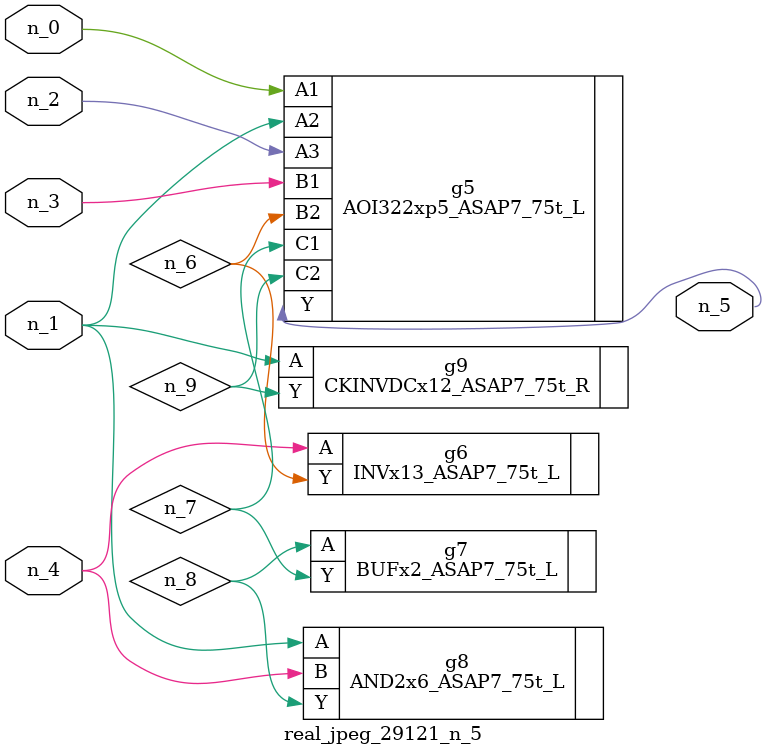
<source format=v>
module real_jpeg_29121_n_5 (n_4, n_0, n_1, n_2, n_3, n_5);

input n_4;
input n_0;
input n_1;
input n_2;
input n_3;

output n_5;

wire n_8;
wire n_6;
wire n_7;
wire n_9;

AOI322xp5_ASAP7_75t_L g5 ( 
.A1(n_0),
.A2(n_1),
.A3(n_2),
.B1(n_3),
.B2(n_6),
.C1(n_7),
.C2(n_9),
.Y(n_5)
);

AND2x6_ASAP7_75t_L g8 ( 
.A(n_1),
.B(n_4),
.Y(n_8)
);

CKINVDCx12_ASAP7_75t_R g9 ( 
.A(n_1),
.Y(n_9)
);

INVx13_ASAP7_75t_L g6 ( 
.A(n_4),
.Y(n_6)
);

BUFx2_ASAP7_75t_L g7 ( 
.A(n_8),
.Y(n_7)
);


endmodule
</source>
